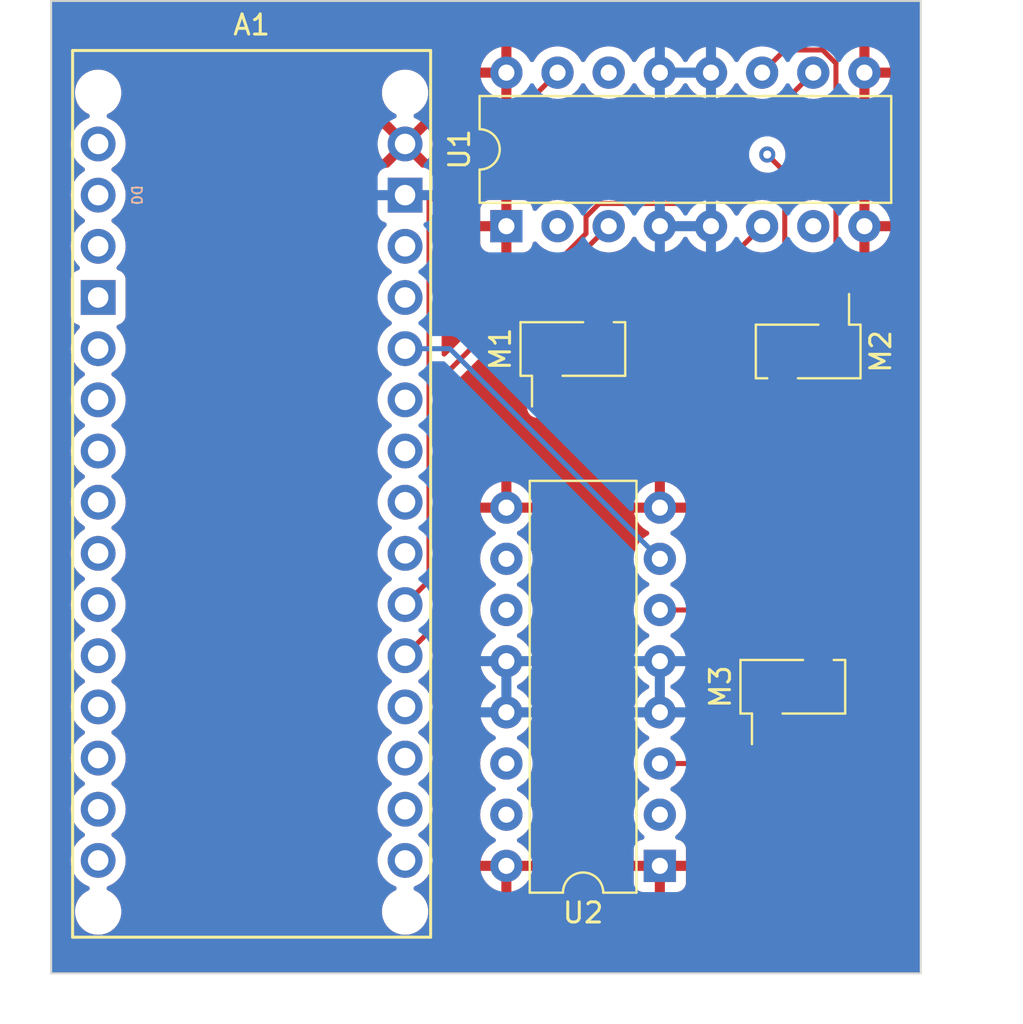
<source format=kicad_pcb>
(kicad_pcb (version 20221018) (generator pcbnew)
  (layers (0 "F.Cu" signal) (1 "In1.Cu" signal) (2 "In2.Cu" signal) (31 "B.Cu" signal) (34 "B.Paste" user) (35 "F.Paste" user) (36 "B.SilkS" user "B.Silkscreen") (37 "F.SilkS" user "F.Silkscreen") (38 "B.Mask" user) (39 "F.Mask" user) (44 "Edge.Cuts" user))
  (net 0 "")
  (net 4 "M2_FWD")
  (net 5 "M2_REV")
  (net 6 "M3_FWD")
  (net 10 "M3_REV")
  (net 15 "M1_FWD")
  (net 22 "M1_REV")
  (net 27 "GND")
  (net 30 "+5V")
  (net 31 "Net-(M1-+)")
  (net 32 "Net-(M1--)")
  (net 33 "Net-(M2-+)")
  (net 34 "Net-(M2--)")
  (net 35 "Net-(M3-+)")
  (net 36 "Net-(M3--)")
  (footprint "Connector_PinHeader_2.54mm:PinHeader_1x02_P2.54mm_Vertical_SMD_Pin1Left" (layer "F.Cu") (at 119.888 83.312 90)
    (fp_text reference "M1" (at 0 -3.6 90) (layer "F.SilkS"))
    (fp_text value "Motor_DC")
    (fp_line (start -1.33 -2.6) (end -1.33 -2.03) (stroke (width 0.12)) (layer "F.SilkS"))
    (fp_line (start -1.33 -2.6) (end 1.33 -2.6) (stroke (width 0.12)) (layer "F.SilkS"))
    (fp_line (start -1.33 -2.03) (end -2.85 -2.03) (stroke (width 0.12)) (layer "F.SilkS"))
    (fp_line (start -1.33 -0.51) (end -1.33 2.6) (stroke (width 0.12)) (layer "F.SilkS"))
    (fp_line (start -1.33 2.6) (end 1.33 2.6) (stroke (width 0.12)) (layer "F.SilkS"))
    (fp_line (start 1.33 -2.6) (end 1.33 0.51) (stroke (width 0.12)) (layer "F.SilkS"))
    (fp_line (start 1.33 2.03) (end 1.33 2.6) (stroke (width 0.12)) (layer "F.SilkS"))
    (pad "1" smd rect (at -1.655 -1.27 90) (size 2.51 1) (layers "F.Cu" "F.Paste" "F.Mask") (net 31 "Net-(M1-+)"))
    (pad "2" smd rect (at 1.655 1.27 90) (size 2.51 1) (layers "F.Cu" "F.Paste" "F.Mask") (net 32 "Net-(M1--)"))
  )
  (footprint "Package_DIP:DIP-16_W7.62mm" (layer "F.Cu") (at 124.206 108.966 180)
    (fp_text reference "U2" (at 3.81 -2.33) (layer "F.SilkS"))
    (fp_text value "L293D")
    (fp_line (start 1.16 -1.33) (end 1.16 19.11) (stroke (width 0.12)) (layer "F.SilkS"))
    (fp_line (start 1.16 19.11) (end 6.46 19.11) (stroke (width 0.12)) (layer "F.SilkS"))
    (fp_line (start 2.81 -1.33) (end 1.16 -1.33) (stroke (width 0.12)) (layer "F.SilkS"))
    (fp_line (start 6.46 -1.33) (end 4.81 -1.33) (stroke (width 0.12)) (layer "F.SilkS"))
    (fp_line (start 6.46 19.11) (end 6.46 -1.33) (stroke (width 0.12)) (layer "F.SilkS"))
    (fp_arc (start 4.81 -1.33) (mid 3.81 -0.33) (end 2.81 -1.33) (stroke (width 0.12)) (layer "F.SilkS"))
    (pad "1" thru_hole rect (at 0 0 180) (size 1.6 1.6) (drill 0.8) (layers "*.Cu" "*.Mask") (net 30 "+5V"))
    (pad "2" thru_hole oval (at 0 2.54 180) (size 1.6 1.6) (drill 0.8) (layers "*.Cu" "*.Mask") (net 6 "M3_FWD"))
    (pad "3" thru_hole oval (at 0 5.08 180) (size 1.6 1.6) (drill 0.8) (layers "*.Cu" "*.Mask") (net 35 "Net-(M3-+)"))
    (pad "4" thru_hole oval (at 0 7.62 180) (size 1.6 1.6) (drill 0.8) (layers "*.Cu" "*.Mask") (net 27 "GND"))
    (pad "5" thru_hole oval (at 0 10.16 180) (size 1.6 1.6) (drill 0.8) (layers "*.Cu" "*.Mask") (net 27 "GND"))
    (pad "6" thru_hole oval (at 0 12.7 180) (size 1.6 1.6) (drill 0.8) (layers "*.Cu" "*.Mask") (net 36 "Net-(M3--)"))
    (pad "7" thru_hole oval (at 0 15.24 180) (size 1.6 1.6) (drill 0.8) (layers "*.Cu" "*.Mask") (net 10 "M3_REV"))
    (pad "8" thru_hole oval (at 0 17.78 180) (size 1.6 1.6) (drill 0.8) (layers "*.Cu" "*.Mask") (net 30 "+5V"))
    (pad "9" thru_hole oval (at 7.62 17.78 180) (size 1.6 1.6) (drill 0.8) (layers "*.Cu" "*.Mask") (net 30 "+5V"))
    (pad "10" thru_hole oval (at 7.62 15.24 180) (size 1.6 1.6) (drill 0.8) (layers "*.Cu" "*.Mask"))
    (pad "11" thru_hole oval (at 7.62 12.7 180) (size 1.6 1.6) (drill 0.8) (layers "*.Cu" "*.Mask"))
    (pad "12" thru_hole oval (at 7.62 10.16 180) (size 1.6 1.6) (drill 0.8) (layers "*.Cu" "*.Mask") (net 27 "GND"))
    (pad "13" thru_hole oval (at 7.62 7.62 180) (size 1.6 1.6) (drill 0.8) (layers "*.Cu" "*.Mask") (net 27 "GND"))
    (pad "14" thru_hole oval (at 7.62 5.08 180) (size 1.6 1.6) (drill 0.8) (layers "*.Cu" "*.Mask"))
    (pad "15" thru_hole oval (at 7.62 2.54 180) (size 1.6 1.6) (drill 0.8) (layers "*.Cu" "*.Mask"))
    (pad "16" thru_hole oval (at 7.62 0 180) (size 1.6 1.6) (drill 0.8) (layers "*.Cu" "*.Mask") (net 30 "+5V"))
  )
  (footprint "Package_DIP:DIP-16_W7.62mm" (layer "F.Cu") (at 116.586 77.216 90)
    (fp_text reference "U1" (at 3.81 -2.33 90) (layer "F.SilkS"))
    (fp_text value "L293D")
    (fp_line (start 1.16 -1.33) (end 1.16 19.11) (stroke (width 0.12)) (layer "F.SilkS"))
    (fp_line (start 1.16 19.11) (end 6.46 19.11) (stroke (width 0.12)) (layer "F.SilkS"))
    (fp_line (start 2.81 -1.33) (end 1.16 -1.33) (stroke (width 0.12)) (layer "F.SilkS"))
    (fp_line (start 6.46 -1.33) (end 4.81 -1.33) (stroke (width 0.12)) (layer "F.SilkS"))
    (fp_line (start 6.46 19.11) (end 6.46 -1.33) (stroke (width 0.12)) (layer "F.SilkS"))
    (fp_arc (start 4.81 -1.33) (mid 3.81 -0.33) (end 2.81 -1.33) (stroke (width 0.12)) (layer "F.SilkS"))
    (pad "1" thru_hole rect (at 0 0 90) (size 1.6 1.6) (drill 0.8) (layers "*.Cu" "*.Mask") (net 30 "+5V"))
    (pad "2" thru_hole oval (at 0 2.54 90) (size 1.6 1.6) (drill 0.8) (layers "*.Cu" "*.Mask") (net 15 "M1_FWD"))
    (pad "3" thru_hole oval (at 0 5.08 90) (size 1.6 1.6) (drill 0.8) (layers "*.Cu" "*.Mask") (net 31 "Net-(M1-+)"))
    (pad "4" thru_hole oval (at 0 7.62 90) (size 1.6 1.6) (drill 0.8) (layers "*.Cu" "*.Mask") (net 27 "GND"))
    (pad "5" thru_hole oval (at 0 10.16 90) (size 1.6 1.6) (drill 0.8) (layers "*.Cu" "*.Mask") (net 27 "GND"))
    (pad "6" thru_hole oval (at 0 12.7 90) (size 1.6 1.6) (drill 0.8) (layers "*.Cu" "*.Mask") (net 32 "Net-(M1--)"))
    (pad "7" thru_hole oval (at 0 15.24 90) (size 1.6 1.6) (drill 0.8) (layers "*.Cu" "*.Mask") (net 22 "M1_REV"))
    (pad "8" thru_hole oval (at 0 17.78 90) (size 1.6 1.6) (drill 0.8) (layers "*.Cu" "*.Mask") (net 30 "+5V"))
    (pad "9" thru_hole oval (at 7.62 17.78 90) (size 1.6 1.6) (drill 0.8) (layers "*.Cu" "*.Mask") (net 30 "+5V"))
    (pad "10" thru_hole oval (at 7.62 15.24 90) (size 1.6 1.6) (drill 0.8) (layers "*.Cu" "*.Mask") (net 4 "M2_FWD"))
    (pad "11" thru_hole oval (at 7.62 12.7 90) (size 1.6 1.6) (drill 0.8) (layers "*.Cu" "*.Mask") (net 33 "Net-(M2-+)"))
    (pad "12" thru_hole oval (at 7.62 10.16 90) (size 1.6 1.6) (drill 0.8) (layers "*.Cu" "*.Mask") (net 27 "GND"))
    (pad "13" thru_hole oval (at 7.62 7.62 90) (size 1.6 1.6) (drill 0.8) (layers "*.Cu" "*.Mask") (net 27 "GND"))
    (pad "14" thru_hole oval (at 7.62 5.08 90) (size 1.6 1.6) (drill 0.8) (layers "*.Cu" "*.Mask") (net 34 "Net-(M2--)"))
    (pad "15" thru_hole oval (at 7.62 2.54 90) (size 1.6 1.6) (drill 0.8) (layers "*.Cu" "*.Mask") (net 5 "M2_REV"))
    (pad "16" thru_hole oval (at 7.62 0 90) (size 1.6 1.6) (drill 0.8) (layers "*.Cu" "*.Mask") (net 30 "+5V"))
  )
  (footprint "arduino-library:Arduino_Nano_33_IoT_Socket" (layer "F.Cu") (at 103.9346 112.506)
    (fp_text reference "A1" (at 0 -45.28) (layer "F.SilkS"))
    (fp_text value "Arduino_Nano_33_IoT_Tile")
    (fp_text user "D0" (at -5.715 -36.83 -90 unlocked) (layer "B.SilkS") (effects (font (size 0.5 0.5) (thickness 0.075)) (justify mirror)))
    (fp_text user "D0" (at -5.715 -36.83 -90 unlocked) (layer "F.SilkS") (effects (font (size 0.5 0.5) (thickness 0.075))))
    (fp_line (start -8.89 -44.01) (end -8.89 0) (stroke (width 0.15)) (layer "F.SilkS"))
    (fp_line (start -8.89 -44.01) (end 8.89 -44.01) (stroke (width 0.15)) (layer "F.SilkS"))
    (fp_line (start -8.89 0) (end 8.89 0) (stroke (width 0.15)) (layer "F.SilkS"))
    (fp_line (start 8.89 -44.01) (end 8.89 0) (stroke (width 0.15)) (layer "F.SilkS"))
    (pad "" np_thru_hole circle (at -7.62 -41.91) (size 1.8 1.8) (drill 1.8) (layers "*.Cu" "*.Mask"))
    (pad "" np_thru_hole circle (at -7.62 -1.27) (size 1.8 1.8) (drill 1.8) (layers "*.Cu" "*.Mask"))
    (pad "" np_thru_hole circle (at 7.62 -41.91) (size 1.8 1.8) (drill 1.8) (layers "*.Cu" "*.Mask"))
    (pad "" np_thru_hole circle (at 7.62 -1.27) (size 1.8 1.8) (drill 1.8) (layers "*.Cu" "*.Mask"))
    (pad "3V3" thru_hole circle (at 7.62 -6.35) (size 1.7272 1.7272) (drill 1.016) (layers "*.Cu" "*.Mask"))
    (pad "5V" thru_hole circle (at 7.62 -31.75) (size 1.7272 1.7272) (drill 1.016) (layers "*.Cu" "*.Mask"))
    (pad "A0" thru_hole circle (at 7.62 -11.43) (size 1.7272 1.7272) (drill 1.016) (layers "*.Cu" "*.Mask"))
    (pad "A1" thru_hole circle (at 7.62 -13.97) (size 1.7272 1.7272) (drill 1.016) (layers "*.Cu" "*.Mask") (net 4 "M2_FWD"))
    (pad "A2" thru_hole circle (at 7.62 -16.51) (size 1.7272 1.7272) (drill 1.016) (layers "*.Cu" "*.Mask") (net 5 "M2_REV"))
    (pad "A3" thru_hole circle (at 7.62 -19.05) (size 1.7272 1.7272) (drill 1.016) (layers "*.Cu" "*.Mask") (net 6 "M3_FWD"))
    (pad "A4" thru_hole circle (at 7.62 -21.59) (size 1.7272 1.7272) (drill 1.016) (layers "*.Cu" "*.Mask"))
    (pad "A5" thru_hole circle (at 7.62 -24.13) (size 1.7272 1.7272) (drill 1.016) (layers "*.Cu" "*.Mask"))
    (pad "A6" thru_hole circle (at 7.62 -26.67) (size 1.7272 1.7272) (drill 1.016) (layers "*.Cu" "*.Mask"))
    (pad "A7" thru_hole circle (at 7.62 -29.21) (size 1.7272 1.7272) (drill 1.016) (layers "*.Cu" "*.Mask") (net 10 "M3_REV"))
    (pad "AREF" thru_hole circle (at 7.62 -8.89) (size 1.7272 1.7272) (drill 1.016) (layers "*.Cu" "*.Mask"))
    (pad "D0" thru_hole circle (at -7.62 -36.83) (size 1.7272 1.7272) (drill 1.016) (layers "*.Cu" "*.Mask"))
    (pad "D1" thru_hole circle (at -7.62 -39.37) (size 1.7272 1.7272) (drill 1.016) (layers "*.Cu" "*.Mask"))
    (pad "D2" thru_hole circle (at -7.62 -29.21) (size 1.7272 1.7272) (drill 1.016) (layers "*.Cu" "*.Mask"))
    (pad "D3" thru_hole circle (at -7.62 -26.67) (size 1.7272 1.7272) (drill 1.016) (layers "*.Cu" "*.Mask") (net 15 "M1_FWD"))
    (pad "D4" thru_hole circle (at -7.62 -24.13) (size 1.7272 1.7272) (drill 1.016) (layers "*.Cu" "*.Mask"))
    (pad "D5" thru_hole circle (at -7.62 -21.59) (size 1.7272 1.7272) (drill 1.016) (layers "*.Cu" "*.Mask"))
    (pad "D6" thru_hole circle (at -7.62 -19.05) (size 1.7272 1.7272) (drill 1.016) (layers "*.Cu" "*.Mask"))
    (pad "D7" thru_hole circle (at -7.62 -16.51) (size 1.7272 1.7272) (drill 1.016) (layers "*.Cu" "*.Mask"))
    (pad "D8" thru_hole circle (at -7.62 -13.97) (size 1.7272 1.7272) (drill 1.016) (layers "*.Cu" "*.Mask"))
    (pad "D9" thru_hole circle (at -7.62 -11.43) (size 1.7272 1.7272) (drill 1.016) (layers "*.Cu" "*.Mask"))
    (pad "D10" thru_hole circle (at -7.62 -8.89) (size 1.7272 1.7272) (drill 1.016) (layers "*.Cu" "*.Mask") (net 22 "M1_REV"))
    (pad "D11" thru_hole circle (at -7.62 -6.35) (size 1.7272 1.7272) (drill 1.016) (layers "*.Cu" "*.Mask"))
    (pad "D12" thru_hole circle (at -7.62 -3.81) (size 1.7272 1.7272) (drill 1.016) (layers "*.Cu" "*.Mask"))
    (pad "D13" thru_hole circle (at 7.62 -3.81) (size 1.7272 1.7272) (drill 1.016) (layers "*.Cu" "*.Mask"))
    (pad "GND1" thru_hole rect (at -7.62 -31.75) (size 1.7272 1.7272) (drill 1.016) (layers "*.Cu" "*.Mask"))
    (pad "GND2" thru_hole rect (at 7.62 -36.83) (size 1.7272 1.7272) (drill 1.016) (layers "*.Cu" "*.Mask") (net 27 "GND"))
    (pad "RST1" thru_hole circle (at -7.62 -34.29) (size 1.7272 1.7272) (drill 1.016) (layers "*.Cu" "*.Mask"))
    (pad "RST2" thru_hole circle (at 7.62 -34.29) (size 1.7272 1.7272) (drill 1.016) (layers "*.Cu" "*.Mask"))
    (pad "VIN" thru_hole circle (at 7.62 -39.37) (size 1.7272 1.7272) (drill 1.016) (layers "*.Cu" "*.Mask") (net 30 "+5V"))
  )
  (footprint "Connector_PinHeader_2.54mm:PinHeader_1x02_P2.54mm_Vertical_SMD_Pin1Left" (layer "F.Cu") (at 131.572 83.435 -90)
    (fp_text reference "M2" (at 0 -3.6 90) (layer "F.SilkS"))
    (fp_text value "Motor_DC")
    (fp_line (start -1.33 -2.6) (end -1.33 -2.03) (stroke (width 0.12)) (layer "F.SilkS"))
    (fp_line (start -1.33 -2.6) (end 1.33 -2.6) (stroke (width 0.12)) (layer "F.SilkS"))
    (fp_line (start -1.33 -2.03) (end -2.85 -2.03) (stroke (width 0.12)) (layer "F.SilkS"))
    (fp_line (start -1.33 -0.51) (end -1.33 2.6) (stroke (width 0.12)) (layer "F.SilkS"))
    (fp_line (start -1.33 2.6) (end 1.33 2.6) (stroke (width 0.12)) (layer "F.SilkS"))
    (fp_line (start 1.33 -2.6) (end 1.33 0.51) (stroke (width 0.12)) (layer "F.SilkS"))
    (fp_line (start 1.33 2.03) (end 1.33 2.6) (stroke (width 0.12)) (layer "F.SilkS"))
    (pad "1" smd rect (at -1.655 -1.27 270) (size 2.51 1) (layers "F.Cu" "F.Paste" "F.Mask") (net 33 "Net-(M2-+)"))
    (pad "2" smd rect (at 1.655 1.27 270) (size 2.51 1) (layers "F.Cu" "F.Paste" "F.Mask") (net 34 "Net-(M2--)"))
  )
  (footprint "Connector_PinHeader_2.54mm:PinHeader_1x02_P2.54mm_Vertical_SMD_Pin1Left" (layer "F.Cu") (at 130.81 100.076 90)
    (fp_text reference "M3" (at 0 -3.6 90) (layer "F.SilkS"))
    (fp_text value "Motor_DC")
    (fp_line (start -1.33 -2.6) (end -1.33 -2.03) (stroke (width 0.12)) (layer "F.SilkS"))
    (fp_line (start -1.33 -2.6) (end 1.33 -2.6) (stroke (width 0.12)) (layer "F.SilkS"))
    (fp_line (start -1.33 -2.03) (end -2.85 -2.03) (stroke (width 0.12)) (layer "F.SilkS"))
    (fp_line (start -1.33 -0.51) (end -1.33 2.6) (stroke (width 0.12)) (layer "F.SilkS"))
    (fp_line (start -1.33 2.6) (end 1.33 2.6) (stroke (width 0.12)) (layer "F.SilkS"))
    (fp_line (start 1.33 -2.6) (end 1.33 0.51) (stroke (width 0.12)) (layer "F.SilkS"))
    (fp_line (start 1.33 2.03) (end 1.33 2.6) (stroke (width 0.12)) (layer "F.SilkS"))
    (pad "1" smd rect (at -1.655 -1.27 90) (size 2.51 1) (layers "F.Cu" "F.Paste" "F.Mask") (net 35 "Net-(M3-+)"))
    (pad "2" smd rect (at 1.655 1.27 90) (size 2.51 1) (layers "F.Cu" "F.Paste" "F.Mask") (net 36 "Net-(M3--)"))
  )
  (gr_line (start 93.98 114.3) (end 137.16 114.3) (stroke (width 0.1)) (layer "Edge.Cuts"))
  (gr_line (start 137.16 114.3) (end 137.16 66.04) (stroke (width 0.1)) (layer "Edge.Cuts"))
  (gr_line (start 93.98 66.04) (end 93.98 114.3) (stroke (width 0.1)) (layer "Edge.Cuts"))
  (gr_line (start 137.16 66.04) (end 93.98 66.04) (stroke (width 0.1)) (layer "Edge.Cuts"))
  (segment (start 120.541 76.750009) (end 120.541 77.579) (width 0.25) (layer "F.Cu") (net 4))
  (segment (start 120.541 77.579) (end 113.1932 84.9268) (width 0.25) (layer "F.Cu") (net 4))
  (segment (start 125.331 76.091) (end 121.200009 76.091) (width 0.25) (layer "F.Cu") (net 4))
  (segment (start 113.1932 96.8974) (end 111.5546 98.536) (width 0.25) (layer "F.Cu") (net 4))
  (segment (start 131.826 69.596) (end 125.331 76.091) (width 0.25) (layer "F.Cu") (net 4))
  (segment (start 121.200009 76.091) (end 120.541 76.750009) (width 0.25) (layer "F.Cu") (net 4))
  (segment (start 113.1932 84.9268) (end 113.1932 96.8974) (width 0.25) (layer "F.Cu") (net 4))
  (segment (start 119.126 69.596) (end 112.7432 75.9788) (width 0.25) (layer "F.Cu") (net 5))
  (segment (start 112.7432 94.8074) (end 111.5546 95.996) (width 0.25) (layer "F.Cu") (net 5))
  (segment (start 112.7432 75.9788) (end 112.7432 94.8074) (width 0.25) (layer "F.Cu") (net 5))
  (segment (start 111.5546 83.296) (end 113.776 83.296) (width 0.25) (layer "B.Cu") (net 10))
  (segment (start 113.776 83.296) (end 124.206 93.726) (width 0.25) (layer "B.Cu") (net 10))
  (segment (start 121.666 77.216) (end 118.618 80.264) (width 0.25) (layer "F.Cu") (net 31))
  (segment (start 118.618 80.264) (end 118.618 84.967) (width 0.25) (layer "F.Cu") (net 31))
  (segment (start 124.845 81.657) (end 129.286 77.216) (width 0.25) (layer "F.Cu") (net 32))
  (segment (start 121.158 81.657) (end 124.845 81.657) (width 0.25) (layer "F.Cu") (net 32))
  (segment (start 132.842 81.78) (end 132.951 81.671) (width 0.25) (layer "F.Cu") (net 33))
  (segment (start 132.951 69.130009) (end 132.291991 68.471) (width 0.25) (layer "F.Cu") (net 33))
  (segment (start 132.291991 68.471) (end 130.411 68.471) (width 0.25) (layer "F.Cu") (net 33))
  (segment (start 132.951 81.671) (end 132.951 69.130009) (width 0.25) (layer "F.Cu") (net 33))
  (segment (start 130.411 68.471) (end 129.286 69.596) (width 0.25) (layer "F.Cu") (net 33))
  (segment (start 130.302 85.09) (end 130.411 84.981) (width 0.25) (layer "F.Cu") (net 34))
  (segment (start 130.411 74.531) (end 129.54 73.66) (width 0.25) (layer "F.Cu") (net 34))
  (segment (start 130.411 84.981) (end 130.411 74.531) (width 0.25) (layer "F.Cu") (net 34))
  (via (at 129.54 73.66) (size 0.8) (drill 0.4) (layers "F.Cu" "B.Cu") (net 34))
  (segment (start 127.254 103.886) (end 129.54 101.6) (width 0.25) (layer "F.Cu") (net 35))
  (segment (start 124.206 103.886) (end 127.254 103.886) (width 0.25) (layer "F.Cu") (net 35))
  (segment (start 129.925 96.266) (end 132.08 98.421) (width 0.25) (layer "F.Cu") (net 36))
  (segment (start 124.206 96.266) (end 129.925 96.266) (width 0.25) (layer "F.Cu") (net 36))
  (zone (net 30) (net_name "+5V") (layer "F.Cu") (connect_pads (clearance 0.5)) (min_thickness 0.25) (fill yes (thermal_gap 0.5) (thermal_bridge_width 0.5) (island_removal_mode 1) (island_area_min 10))
    (polygon (pts (xy 91.44 116.84) (xy 142.24 116.84) (xy 142.24 66.04) (xy 91.44 66.04)))
  )
  (zone (net 27) (net_name "GND") (layer "B.Cu") (priority 2) (connect_pads (clearance 0.5)) (min_thickness 0.25) (fill yes (thermal_gap 0.5) (thermal_bridge_width 0.5) (island_removal_mode 1) (island_area_min 10))
    (polygon (pts (xy 91.44 116.84) (xy 142.24 116.84) (xy 142.24 66.04) (xy 91.44 66.04)))
  )
)
</source>
